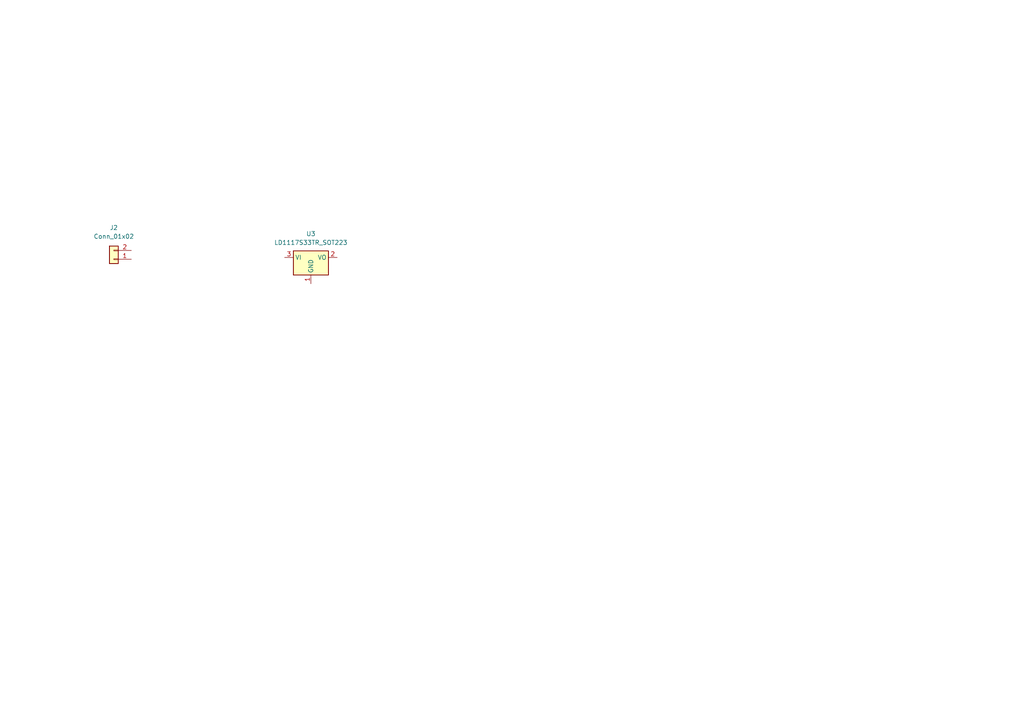
<source format=kicad_sch>
(kicad_sch (version 20250114) (generator "eeschema") (generator_version "9.0")
  (paper "A4")
  (lib_symbols
    (symbol "Connector_Generic:Conn_01x02" (pin_names (offset 1.016) (hide yes))
      (property "Reference" "J" (at 0 2.54 0))
      (property "Value" "Conn_01x02" (at 0 -5.08 0))
      (symbol "Conn_01x02_1_1"
        (rectangle (start -1.27 1.27) (end 1.27 -3.81) (stroke (width 0.254)) (fill (type background)))
        (rectangle (start -1.27 0.127) (end 0 -0.127) (stroke (width 0.1524)))
        (rectangle (start -1.27 -2.413) (end 0 -2.667) (stroke (width 0.1524)))
        (pin passive line (at -5.08 0 0) (length 3.81) (name "Pin_1") (number "1"))
        (pin passive line (at -5.08 -2.54 0) (length 3.81) (name "Pin_2") (number "2"))
      )
    )
    (symbol "Regulator_Linear:LD1117S33TR_SOT223"
      (property "Reference" "U" (at -3.81 3.175 0))
      (property "Value" "LD1117S33TR_SOT223" (at 0 3.175 0))
      (symbol "LD1117S33TR_SOT223_0_1"
        (rectangle (start -5.08 -5.08) (end 5.08 1.905) (stroke (width 0.254)) (fill (type background)))
      )
      (symbol "LD1117S33TR_SOT223_1_1"
        (pin power_in line (at -7.62 0 0) (length 2.54) (name "VI") (number "3"))
        (pin power_in line (at 0 -7.62 90) (length 2.54) (name "GND") (number "1"))
        (pin power_out line (at 7.62 0 180) (length 2.54) (name "VO") (number "2"))
      )
    )
  )
  (symbol (lib_id "Connector_Generic:Conn_01x02") (at 33.02 75.184 180) (unit 1)
    (property "Reference" "J2" (at 33.02 66.04 0))
    (property "Value" "Conn_01x02" (at 33.02 68.58 0))
    (property "Footprint" "Connector_JST:JST_PH_B2B-PH-K_1x02_P2.00mm_Vertical" (effects (hide yes)))
    (property "Description" "Generic connector, single row, 01x02, script generated (kicad-library-utils/schlib/autogen/connector/)" (effects (hide yes)))
  )
  (symbol (lib_id "Regulator_Linear:LD1117S33TR_SOT223") (at 90.17 74.676 0) (unit 1)
    (property "Reference" "U3" (at 90.17 67.818 0))
    (property "Value" "LD1117S33TR_SOT223" (at 90.17 70.358 0))
    (property "Footprint" "Package_TO_SOT_SMD:SOT-223-3_TabPin2" (effects (hide yes)))
    (property "Datasheet" "http://www.st.com/st-web-ui/static/active/en/resource/technical/document/datasheet/CD00000544.pdf" (effects (hide yes)))
    (property "Description" "800mA Fixed Low Drop Positive Voltage Regulator, Fixed Output 3.3V, SOT-223" (effects (hide yes)))
  )
)
</source>
